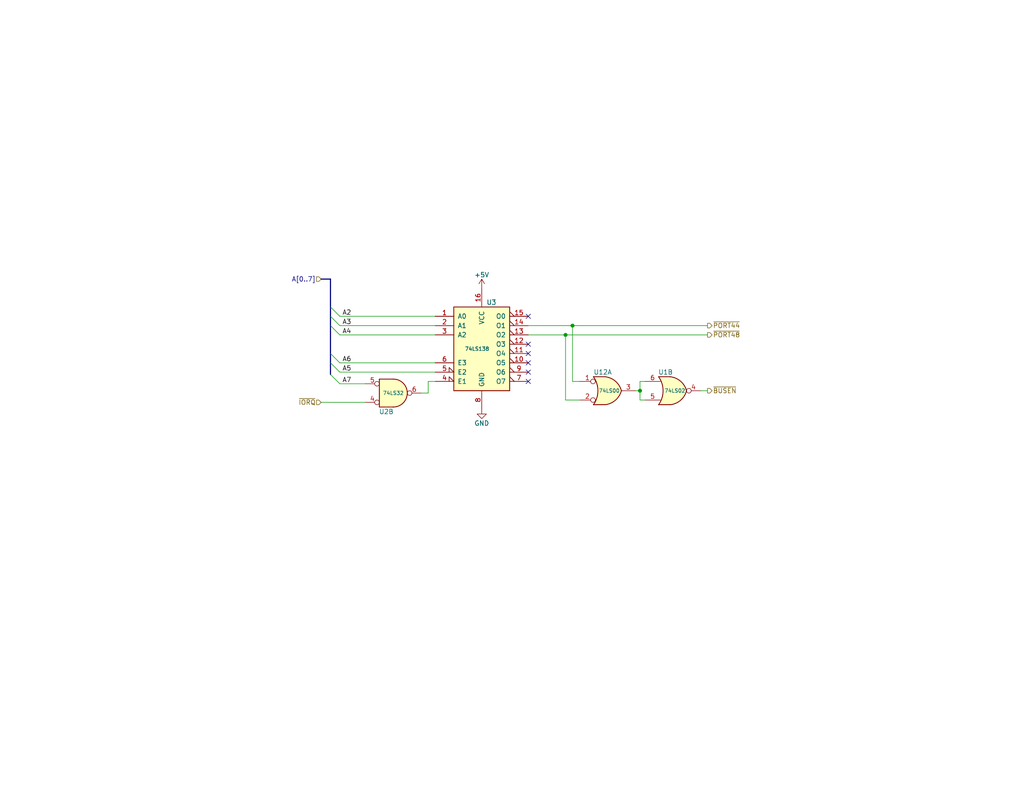
<source format=kicad_sch>
(kicad_sch (version 20250114) (generator "eeschema") (generator_version "9.0")
  (paper "USLetter")
  (title_block (title "Sorcerer Dream Disk") (date "2023-12-16") (rev "1.0") (company "Marcel Erz (RetroStack), John Halkiadakis, Michael Borthwick (Exidyboy)") (comment 2 "Decodes IO addresses for 44 and 48") (comment 4 "Address Decoder"))
  (lib_symbols
    (symbol "+5V_5" (power) (pin_numbers (hide yes)) (pin_names (offset 0) (hide yes))
      (property "Value" "+5V" (at 0 3.556 0))
      (symbol "+5V_5_0_1"
        (polyline (pts (xy -0.762 1.27) (xy 0 2.54)))
        (polyline (pts (xy 0 2.54) (xy 0.762 1.27)))
        (polyline (pts (xy 0 0) (xy 0 2.54)))
      )
      (symbol "+5V_5_1_1"
        (pin power_in line (at 0 0 90) (length 0) (name "~") (number "1"))
      )
    )
    (symbol "74xx:74LS00" (pin_names (offset 1.016))
      (property "Reference" "U" (at 0 1.27 0))
      (property "Value" "74LS00" (at 0 -1.27 0))
      (symbol "74LS00_1_1"
        (arc (start 0 3.81) (mid 3.7934 0) (end 0 -3.81) (stroke (width 0.254)) (fill (type background)))
        (polyline (pts (xy 0 3.81) (xy -3.81 3.81) (xy -3.81 -3.81) (xy 0 -3.81)) (stroke (width 0.254)) (fill (type background)))
        (pin input line (at -7.62 2.54 0) (length 3.81) (name "~") (number "1"))
        (pin input line (at -7.62 -2.54 0) (length 3.81) (name "~") (number "2"))
        (pin output inverted (at 7.62 0 180) (length 3.81) (name "~") (number "3"))
      )
      (symbol "74LS00_1_2"
        (arc (start -3.81 3.81) (mid -2.589 0) (end -3.81 -3.81) (stroke (width 0.254)))
        (polyline (pts (xy -3.81 3.81) (xy -0.635 3.81)) (stroke (width 0.254)) (fill (type background)))
        (polyline (pts (xy -3.81 -3.81) (xy -0.635 -3.81)) (stroke (width 0.254)) (fill (type background)))
        (arc (start 3.81 0) (mid 2.1855 -2.584) (end -0.6096 -3.81) (stroke (width 0.254)) (fill (type background)))
        (arc (start -0.6096 3.81) (mid 2.1928 2.5924) (end 3.81 0) (stroke (width 0.254)) (fill (type background)))
        (polyline (pts (xy -0.635 3.81) (xy -3.81 3.81) (xy -3.81 3.81) (xy -3.556 3.4036) (xy -3.0226 2.2606) (xy -2.6924 1.0414) (xy -2.6162 -0.254) (xy -2.7686 -1.4986) (xy -3.175 -2.7178) (xy -3.81 -3.81) (xy -3.81 -3.81) (xy -0.635 -3.81)) (stroke (width -25.4)) (fill (type background)))
        (pin input inverted (at -7.62 2.54 0) (length 4.318) (name "~") (number "1"))
        (pin input inverted (at -7.62 -2.54 0) (length 4.318) (name "~") (number "2"))
        (pin output line (at 7.62 0 180) (length 3.81) (name "~") (number "3"))
      )
      (symbol "74LS00_2_1"
        (arc (start 0 3.81) (mid 3.7934 0) (end 0 -3.81) (stroke (width 0.254)) (fill (type background)))
        (polyline (pts (xy 0 3.81) (xy -3.81 3.81) (xy -3.81 -3.81) (xy 0 -3.81)) (stroke (width 0.254)) (fill (type background)))
        (pin input line (at -7.62 2.54 0) (length 3.81) (name "~") (number "4"))
        (pin input line (at -7.62 -2.54 0) (length 3.81) (name "~") (number "5"))
        (pin output inverted (at 7.62 0 180) (length 3.81) (name "~") (number "6"))
      )
      (symbol "74LS00_2_2"
        (arc (start -3.81 3.81) (mid -2.589 0) (end -3.81 -3.81) (stroke (width 0.254)))
        (polyline (pts (xy -3.81 3.81) (xy -0.635 3.81)) (stroke (width 0.254)) (fill (type background)))
        (polyline (pts (xy -3.81 -3.81) (xy -0.635 -3.81)) (stroke (width 0.254)) (fill (type background)))
        (arc (start 3.81 0) (mid 2.1855 -2.584) (end -0.6096 -3.81) (stroke (width 0.254)) (fill (type background)))
        (arc (start -0.6096 3.81) (mid 2.1928 2.5924) (end 3.81 0) (stroke (width 0.254)) (fill (type background)))
        (polyline (pts (xy -0.635 3.81) (xy -3.81 3.81) (xy -3.81 3.81) (xy -3.556 3.4036) (xy -3.0226 2.2606) (xy -2.6924 1.0414) (xy -2.6162 -0.254) (xy -2.7686 -1.4986) (xy -3.175 -2.7178) (xy -3.81 -3.81) (xy -3.81 -3.81) (xy -0.635 -3.81)) (stroke (width -25.4)) (fill (type background)))
        (pin input inverted (at -7.62 2.54 0) (length 4.318) (name "~") (number "4"))
        (pin input inverted (at -7.62 -2.54 0) (length 4.318) (name "~") (number "5"))
        (pin output line (at 7.62 0 180) (length 3.81) (name "~") (number "6"))
      )
      (symbol "74LS00_3_1"
        (arc (start 0 3.81) (mid 3.7934 0) (end 0 -3.81) (stroke (width 0.254)) (fill (type background)))
        (polyline (pts (xy 0 3.81) (xy -3.81 3.81) (xy -3.81 -3.81) (xy 0 -3.81)) (stroke (width 0.254)) (fill (type background)))
        (pin input line (at -7.62 2.54 0) (length 3.81) (name "~") (number "9"))
        (pin input line (at -7.62 -2.54 0) (length 3.81) (name "~") (number "10"))
        (pin output inverted (at 7.62 0 180) (length 3.81) (name "~") (number "8"))
      )
      (symbol "74LS00_3_2"
        (arc (start -3.81 3.81) (mid -2.589 0) (end -3.81 -3.81) (stroke (width 0.254)))
        (polyline (pts (xy -3.81 3.81) (xy -0.635 3.81)) (stroke (width 0.254)) (fill (type background)))
        (polyline (pts (xy -3.81 -3.81) (xy -0.635 -3.81)) (stroke (width 0.254)) (fill (type background)))
        (arc (start 3.81 0) (mid 2.1855 -2.584) (end -0.6096 -3.81) (stroke (width 0.254)) (fill (type background)))
        (arc (start -0.6096 3.81) (mid 2.1928 2.5924) (end 3.81 0) (stroke (width 0.254)) (fill (type background)))
        (polyline (pts (xy -0.635 3.81) (xy -3.81 3.81) (xy -3.81 3.81) (xy -3.556 3.4036) (xy -3.0226 2.2606) (xy -2.6924 1.0414) (xy -2.6162 -0.254) (xy -2.7686 -1.4986) (xy -3.175 -2.7178) (xy -3.81 -3.81) (xy -3.81 -3.81) (xy -0.635 -3.81)) (stroke (width -25.4)) (fill (type background)))
        (pin input inverted (at -7.62 2.54 0) (length 4.318) (name "~") (number "9"))
        (pin input inverted (at -7.62 -2.54 0) (length 4.318) (name "~") (number "10"))
        (pin output line (at 7.62 0 180) (length 3.81) (name "~") (number "8"))
      )
      (symbol "74LS00_4_1"
        (arc (start 0 3.81) (mid 3.7934 0) (end 0 -3.81) (stroke (width 0.254)) (fill (type background)))
        (polyline (pts (xy 0 3.81) (xy -3.81 3.81) (xy -3.81 -3.81) (xy 0 -3.81)) (stroke (width 0.254)) (fill (type background)))
        (pin input line (at -7.62 2.54 0) (length 3.81) (name "~") (number "12"))
        (pin input line (at -7.62 -2.54 0) (length 3.81) (name "~") (number "13"))
        (pin output inverted (at 7.62 0 180) (length 3.81) (name "~") (number "11"))
      )
      (symbol "74LS00_4_2"
        (arc (start -3.81 3.81) (mid -2.589 0) (end -3.81 -3.81) (stroke (width 0.254)))
        (polyline (pts (xy -3.81 3.81) (xy -0.635 3.81)) (stroke (width 0.254)) (fill (type background)))
        (polyline (pts (xy -3.81 -3.81) (xy -0.635 -3.81)) (stroke (width 0.254)) (fill (type background)))
        (arc (start 3.81 0) (mid 2.1855 -2.584) (end -0.6096 -3.81) (stroke (width 0.254)) (fill (type background)))
        (arc (start -0.6096 3.81) (mid 2.1928 2.5924) (end 3.81 0) (stroke (width 0.254)) (fill (type background)))
        (polyline (pts (xy -0.635 3.81) (xy -3.81 3.81) (xy -3.81 3.81) (xy -3.556 3.4036) (xy -3.0226 2.2606) (xy -2.6924 1.0414) (xy -2.6162 -0.254) (xy -2.7686 -1.4986) (xy -3.175 -2.7178) (xy -3.81 -3.81) (xy -3.81 -3.81) (xy -0.635 -3.81)) (stroke (width -25.4)) (fill (type background)))
        (pin input inverted (at -7.62 2.54 0) (length 4.318) (name "~") (number "12"))
        (pin input inverted (at -7.62 -2.54 0) (length 4.318) (name "~") (number "13"))
        (pin output line (at 7.62 0 180) (length 3.81) (name "~") (number "11"))
      )
      (symbol "74LS00_5_0"
        (pin power_in line (at 0 12.7 270) (length 5.08) (name "VCC") (number "14"))
        (pin power_in line (at 0 -12.7 90) (length 5.08) (name "GND") (number "7"))
      )
      (symbol "74LS00_5_1"
        (rectangle (start -5.08 7.62) (end 5.08 -7.62) (stroke (width 0.254)) (fill (type background)))
      )
    )
    (symbol "74xx:74LS02" (pin_names (offset 1.016))
      (property "Reference" "U" (at 0 1.27 0))
      (property "Value" "74LS02" (at 0 -1.27 0))
      (symbol "74LS02_1_1"
        (arc (start -3.81 3.81) (mid -2.589 0) (end -3.81 -3.81) (stroke (width 0.254)))
        (polyline (pts (xy -3.81 3.81) (xy -0.635 3.81)) (stroke (width 0.254)) (fill (type background)))
        (polyline (pts (xy -3.81 -3.81) (xy -0.635 -3.81)) (stroke (width 0.254)) (fill (type background)))
        (arc (start 3.81 0) (mid 2.1855 -2.584) (end -0.6096 -3.81) (stroke (width 0.254)) (fill (type background)))
        (arc (start -0.6096 3.81) (mid 2.1928 2.5924) (end 3.81 0) (stroke (width 0.254)) (fill (type background)))
        (polyline (pts (xy -0.635 3.81) (xy -3.81 3.81) (xy -3.81 3.81) (xy -3.556 3.4036) (xy -3.0226 2.2606) (xy -2.6924 1.0414) (xy -2.6162 -0.254) (xy -2.7686 -1.4986) (xy -3.175 -2.7178) (xy -3.81 -3.81) (xy -3.81 -3.81) (xy -0.635 -3.81)) (stroke (width -25.4)) (fill (type background)))
        (pin input line (at -7.62 2.54 0) (length 4.318) (name "~") (number "2"))
        (pin input line (at -7.62 -2.54 0) (length 4.318) (name "~") (number "3"))
        (pin output inverted (at 7.62 0 180) (length 3.81) (name "~") (number "1"))
      )
      (symbol "74LS02_1_2"
        (arc (start 0 3.81) (mid 3.7934 0) (end 0 -3.81) (stroke (width 0.254)) (fill (type background)))
        (polyline (pts (xy 0 3.81) (xy -3.81 3.81) (xy -3.81 -3.81) (xy 0 -3.81)) (stroke (width 0.254)) (fill (type background)))
        (pin input inverted (at -7.62 2.54 0) (length 3.81) (name "~") (number "2"))
        (pin input inverted (at -7.62 -2.54 0) (length 3.81) (name "~") (number "3"))
        (pin output line (at 7.62 0 180) (length 3.81) (name "~") (number "1"))
      )
      (symbol "74LS02_2_1"
        (arc (start -3.81 3.81) (mid -2.589 0) (end -3.81 -3.81) (stroke (width 0.254)))
        (polyline (pts (xy -3.81 3.81) (xy -0.635 3.81)) (stroke (width 0.254)) (fill (type background)))
        (polyline (pts (xy -3.81 -3.81) (xy -0.635 -3.81)) (stroke (width 0.254)) (fill (type background)))
        (arc (start 3.81 0) (mid 2.1855 -2.584) (end -0.6096 -3.81) (stroke (width 0.254)) (fill (type background)))
        (arc (start -0.6096 3.81) (mid 2.1928 2.5924) (end 3.81 0) (stroke (width 0.254)) (fill (type background)))
        (polyline (pts (xy -0.635 3.81) (xy -3.81 3.81) (xy -3.81 3.81) (xy -3.556 3.4036) (xy -3.0226 2.2606) (xy -2.6924 1.0414) (xy -2.6162 -0.254) (xy -2.7686 -1.4986) (xy -3.175 -2.7178) (xy -3.81 -3.81) (xy -3.81 -3.81) (xy -0.635 -3.81)) (stroke (width -25.4)) (fill (type background)))
        (pin input line (at -7.62 2.54 0) (length 4.318) (name "~") (number "5"))
        (pin input line (at -7.62 -2.54 0) (length 4.318) (name "~") (number "6"))
        (pin output inverted (at 7.62 0 180) (length 3.81) (name "~") (number "4"))
      )
      (symbol "74LS02_2_2"
        (arc (start 0 3.81) (mid 3.7934 0) (end 0 -3.81) (stroke (width 0.254)) (fill (type background)))
        (polyline (pts (xy 0 3.81) (xy -3.81 3.81) (xy -3.81 -3.81) (xy 0 -3.81)) (stroke (width 0.254)) (fill (type background)))
        (pin input inverted (at -7.62 2.54 0) (length 3.81) (name "~") (number "5"))
        (pin input inverted (at -7.62 -2.54 0) (length 3.81) (name "~") (number "6"))
        (pin output line (at 7.62 0 180) (length 3.81) (name "~") (number "4"))
      )
      (symbol "74LS02_3_1"
        (arc (start -3.81 3.81) (mid -2.589 0) (end -3.81 -3.81) (stroke (width 0.254)))
        (polyline (pts (xy -3.81 3.81) (xy -0.635 3.81)) (stroke (width 0.254)) (fill (type background)))
        (polyline (pts (xy -3.81 -3.81) (xy -0.635 -3.81)) (stroke (width 0.254)) (fill (type background)))
        (arc (start 3.81 0) (mid 2.1855 -2.584) (end -0.6096 -3.81) (stroke (width 0.254)) (fill (type background)))
        (arc (start -0.6096 3.81) (mid 2.1928 2.5924) (end 3.81 0) (stroke (width 0.254)) (fill (type background)))
        (polyline (pts (xy -0.635 3.81) (xy -3.81 3.81) (xy -3.81 3.81) (xy -3.556 3.4036) (xy -3.0226 2.2606) (xy -2.6924 1.0414) (xy -2.6162 -0.254) (xy -2.7686 -1.4986) (xy -3.175 -2.7178) (xy -3.81 -3.81) (xy -3.81 -3.81) (xy -0.635 -3.81)) (stroke (width -25.4)) (fill (type background)))
        (pin input line (at -7.62 2.54 0) (length 4.318) (name "~") (number "8"))
        (pin input line (at -7.62 -2.54 0) (length 4.318) (name "~") (number "9"))
        (pin output inverted (at 7.62 0 180) (length 3.81) (name "~") (number "10"))
      )
      (symbol "74LS02_3_2"
        (arc (start 0 3.81) (mid 3.7934 0) (end 0 -3.81) (stroke (width 0.254)) (fill (type background)))
        (polyline (pts (xy 0 3.81) (xy -3.81 3.81) (xy -3.81 -3.81) (xy 0 -3.81)) (stroke (width 0.254)) (fill (type background)))
        (pin input inverted (at -7.62 2.54 0) (length 3.81) (name "~") (number "8"))
        (pin input inverted (at -7.62 -2.54 0) (length 3.81) (name "~") (number "9"))
        (pin output line (at 7.62 0 180) (length 3.81) (name "~") (number "10"))
      )
      (symbol "74LS02_4_1"
        (arc (start -3.81 3.81) (mid -2.589 0) (end -3.81 -3.81) (stroke (width 0.254)))
        (polyline (pts (xy -3.81 3.81) (xy -0.635 3.81)) (stroke (width 0.254)) (fill (type background)))
        (polyline (pts (xy -3.81 -3.81) (xy -0.635 -3.81)) (stroke (width 0.254)) (fill (type background)))
        (arc (start 3.81 0) (mid 2.1855 -2.584) (end -0.6096 -3.81) (stroke (width 0.254)) (fill (type background)))
        (arc (start -0.6096 3.81) (mid 2.1928 2.5924) (end 3.81 0) (stroke (width 0.254)) (fill (type background)))
        (polyline (pts (xy -0.635 3.81) (xy -3.81 3.81) (xy -3.81 3.81) (xy -3.556 3.4036) (xy -3.0226 2.2606) (xy -2.6924 1.0414) (xy -2.6162 -0.254) (xy -2.7686 -1.4986) (xy -3.175 -2.7178) (xy -3.81 -3.81) (xy -3.81 -3.81) (xy -0.635 -3.81)) (stroke (width -25.4)) (fill (type background)))
        (pin input line (at -7.62 2.54 0) (length 4.318) (name "~") (number "11"))
        (pin input line (at -7.62 -2.54 0) (length 4.318) (name "~") (number "12"))
        (pin output inverted (at 7.62 0 180) (length 3.81) (name "~") (number "13"))
      )
      (symbol "74LS02_4_2"
        (arc (start 0 3.81) (mid 3.7934 0) (end 0 -3.81) (stroke (width 0.254)) (fill (type background)))
        (polyline (pts (xy 0 3.81) (xy -3.81 3.81) (xy -3.81 -3.81) (xy 0 -3.81)) (stroke (width 0.254)) (fill (type background)))
        (pin input inverted (at -7.62 2.54 0) (length 3.81) (name "~") (number "11"))
        (pin input inverted (at -7.62 -2.54 0) (length 3.81) (name "~") (number "12"))
        (pin output line (at 7.62 0 180) (length 3.81) (name "~") (number "13"))
      )
      (symbol "74LS02_5_0"
        (pin power_in line (at 0 12.7 270) (length 5.08) (name "VCC") (number "14"))
        (pin power_in line (at 0 -12.7 90) (length 5.08) (name "GND") (number "7"))
      )
      (symbol "74LS02_5_1"
        (rectangle (start -5.08 7.62) (end 5.08 -7.62) (stroke (width 0.254)) (fill (type background)))
      )
    )
    (symbol "74xx:74LS138" (pin_names (offset 1.016))
      (property "Reference" "U" (at -7.62 11.43 0))
      (property "Value" "74LS138" (at -7.62 -13.97 0))
      (symbol "74LS138_1_0"
        (pin input line (at -12.7 7.62 0) (length 5.08) (name "A0") (number "1"))
        (pin input line (at -12.7 5.08 0) (length 5.08) (name "A1") (number "2"))
        (pin input line (at -12.7 2.54 0) (length 5.08) (name "A2") (number "3"))
        (pin input line (at -12.7 -5.08 0) (length 5.08) (name "E3") (number "6"))
        (pin input input_low (at -12.7 -7.62 0) (length 5.08) (name "E2") (number "5"))
        (pin input input_low (at -12.7 -10.16 0) (length 5.08) (name "E1") (number "4"))
        (pin power_in line (at 0 15.24 270) (length 5.08) (name "VCC") (number "16"))
        (pin power_in line (at 0 -17.78 90) (length 5.08) (name "GND") (number "8"))
        (pin output output_low (at 12.7 7.62 180) (length 5.08) (name "O0") (number "15"))
        (pin output output_low (at 12.7 5.08 180) (length 5.08) (name "O1") (number "14"))
        (pin output output_low (at 12.7 2.54 180) (length 5.08) (name "O2") (number "13"))
        (pin output output_low (at 12.7 0 180) (length 5.08) (name "O3") (number "12"))
        (pin output output_low (at 12.7 -2.54 180) (length 5.08) (name "O4") (number "11"))
        (pin output output_low (at 12.7 -5.08 180) (length 5.08) (name "O5") (number "10"))
        (pin output output_low (at 12.7 -7.62 180) (length 5.08) (name "O6") (number "9"))
        (pin output output_low (at 12.7 -10.16 180) (length 5.08) (name "O7") (number "7"))
      )
      (symbol "74LS138_1_1"
        (rectangle (start -7.62 10.16) (end 7.62 -12.7) (stroke (width 0.254)) (fill (type background)))
      )
    )
    (symbol "74xx:74LS32" (pin_names (offset 1.016))
      (property "Reference" "U" (at 0 1.27 0))
      (property "Value" "74LS32" (at 0 -1.27 0))
      (symbol "74LS32_1_1"
        (arc (start -3.81 3.81) (mid -2.589 0) (end -3.81 -3.81) (stroke (width 0.254)))
        (polyline (pts (xy -3.81 3.81) (xy -0.635 3.81)) (stroke (width 0.254)) (fill (type background)))
        (polyline (pts (xy -3.81 -3.81) (xy -0.635 -3.81)) (stroke (width 0.254)) (fill (type background)))
        (arc (start 3.81 0) (mid 2.1855 -2.584) (end -0.6096 -3.81) (stroke (width 0.254)) (fill (type background)))
        (arc (start -0.6096 3.81) (mid 2.1928 2.5924) (end 3.81 0) (stroke (width 0.254)) (fill (type background)))
        (polyline (pts (xy -0.635 3.81) (xy -3.81 3.81) (xy -3.81 3.81) (xy -3.556 3.4036) (xy -3.0226 2.2606) (xy -2.6924 1.0414) (xy -2.6162 -0.254) (xy -2.7686 -1.4986) (xy -3.175 -2.7178) (xy -3.81 -3.81) (xy -3.81 -3.81) (xy -0.635 -3.81)) (stroke (width -25.4)) (fill (type background)))
        (pin input line (at -7.62 2.54 0) (length 4.318) (name "~") (number "1"))
        (pin input line (at -7.62 -2.54 0) (length 4.318) (name "~") (number "2"))
        (pin output line (at 7.62 0 180) (length 3.81) (name "~") (number "3"))
      )
      (symbol "74LS32_1_2"
        (arc (start 0 3.81) (mid 3.7934 0) (end 0 -3.81) (stroke (width 0.254)) (fill (type background)))
        (polyline (pts (xy 0 3.81) (xy -3.81 3.81) (xy -3.81 -3.81) (xy 0 -3.81)) (stroke (width 0.254)) (fill (type background)))
        (pin input inverted (at -7.62 2.54 0) (length 3.81) (name "~") (number "1"))
        (pin input inverted (at -7.62 -2.54 0) (length 3.81) (name "~") (number "2"))
        (pin output inverted (at 7.62 0 180) (length 3.81) (name "~") (number "3"))
      )
      (symbol "74LS32_2_1"
        (arc (start -3.81 3.81) (mid -2.589 0) (end -3.81 -3.81) (stroke (width 0.254)))
        (polyline (pts (xy -3.81 3.81) (xy -0.635 3.81)) (stroke (width 0.254)) (fill (type background)))
        (polyline (pts (xy -3.81 -3.81) (xy -0.635 -3.81)) (stroke (width 0.254)) (fill (type background)))
        (arc (start 3.81 0) (mid 2.1855 -2.584) (end -0.6096 -3.81) (stroke (width 0.254)) (fill (type background)))
        (arc (start -0.6096 3.81) (mid 2.1928 2.5924) (end 3.81 0) (stroke (width 0.254)) (fill (type background)))
        (polyline (pts (xy -0.635 3.81) (xy -3.81 3.81) (xy -3.81 3.81) (xy -3.556 3.4036) (xy -3.0226 2.2606) (xy -2.6924 1.0414) (xy -2.6162 -0.254) (xy -2.7686 -1.4986) (xy -3.175 -2.7178) (xy -3.81 -3.81) (xy -3.81 -3.81) (xy -0.635 -3.81)) (stroke (width -25.4)) (fill (type background)))
        (pin input line (at -7.62 2.54 0) (length 4.318) (name "~") (number "4"))
        (pin input line (at -7.62 -2.54 0) (length 4.318) (name "~") (number "5"))
        (pin output line (at 7.62 0 180) (length 3.81) (name "~") (number "6"))
      )
      (symbol "74LS32_2_2"
        (arc (start 0 3.81) (mid 3.7934 0) (end 0 -3.81) (stroke (width 0.254)) (fill (type background)))
        (polyline (pts (xy 0 3.81) (xy -3.81 3.81) (xy -3.81 -3.81) (xy 0 -3.81)) (stroke (width 0.254)) (fill (type background)))
        (pin input inverted (at -7.62 2.54 0) (length 3.81) (name "~") (number "4"))
        (pin input inverted (at -7.62 -2.54 0) (length 3.81) (name "~") (number "5"))
        (pin output inverted (at 7.62 0 180) (length 3.81) (name "~") (number "6"))
      )
      (symbol "74LS32_3_1"
        (arc (start -3.81 3.81) (mid -2.589 0) (end -3.81 -3.81) (stroke (width 0.254)))
        (polyline (pts (xy -3.81 3.81) (xy -0.635 3.81)) (stroke (width 0.254)) (fill (type background)))
        (polyline (pts (xy -3.81 -3.81) (xy -0.635 -3.81)) (stroke (width 0.254)) (fill (type background)))
        (arc (start 3.81 0) (mid 2.1855 -2.584) (end -0.6096 -3.81) (stroke (width 0.254)) (fill (type background)))
        (arc (start -0.6096 3.81) (mid 2.1928 2.5924) (end 3.81 0) (stroke (width 0.254)) (fill (type background)))
        (polyline (pts (xy -0.635 3.81) (xy -3.81 3.81) (xy -3.81 3.81) (xy -3.556 3.4036) (xy -3.0226 2.2606) (xy -2.6924 1.0414) (xy -2.6162 -0.254) (xy -2.7686 -1.4986) (xy -3.175 -2.7178) (xy -3.81 -3.81) (xy -3.81 -3.81) (xy -0.635 -3.81)) (stroke (width -25.4)) (fill (type background)))
        (pin input line (at -7.62 2.54 0) (length 4.318) (name "~") (number "9"))
        (pin input line (at -7.62 -2.54 0) (length 4.318) (name "~") (number "10"))
        (pin output line (at 7.62 0 180) (length 3.81) (name "~") (number "8"))
      )
      (symbol "74LS32_3_2"
        (arc (start 0 3.81) (mid 3.7934 0) (end 0 -3.81) (stroke (width 0.254)) (fill (type background)))
        (polyline (pts (xy 0 3.81) (xy -3.81 3.81) (xy -3.81 -3.81) (xy 0 -3.81)) (stroke (width 0.254)) (fill (type background)))
        (pin input inverted (at -7.62 2.54 0) (length 3.81) (name "~") (number "9"))
        (pin input inverted (at -7.62 -2.54 0) (length 3.81) (name "~") (number "10"))
        (pin output inverted (at 7.62 0 180) (length 3.81) (name "~") (number "8"))
      )
      (symbol "74LS32_4_1"
        (arc (start -3.81 3.81) (mid -2.589 0) (end -3.81 -3.81) (stroke (width 0.254)))
        (polyline (pts (xy -3.81 3.81) (xy -0.635 3.81)) (stroke (width 0.254)) (fill (type background)))
        (polyline (pts (xy -3.81 -3.81) (xy -0.635 -3.81)) (stroke (width 0.254)) (fill (type background)))
        (arc (start 3.81 0) (mid 2.1855 -2.584) (end -0.6096 -3.81) (stroke (width 0.254)) (fill (type background)))
        (arc (start -0.6096 3.81) (mid 2.1928 2.5924) (end 3.81 0) (stroke (width 0.254)) (fill (type background)))
        (polyline (pts (xy -0.635 3.81) (xy -3.81 3.81) (xy -3.81 3.81) (xy -3.556 3.4036) (xy -3.0226 2.2606) (xy -2.6924 1.0414) (xy -2.6162 -0.254) (xy -2.7686 -1.4986) (xy -3.175 -2.7178) (xy -3.81 -3.81) (xy -3.81 -3.81) (xy -0.635 -3.81)) (stroke (width -25.4)) (fill (type background)))
        (pin input line (at -7.62 2.54 0) (length 4.318) (name "~") (number "12"))
        (pin input line (at -7.62 -2.54 0) (length 4.318) (name "~") (number "13"))
        (pin output line (at 7.62 0 180) (length 3.81) (name "~") (number "11"))
      )
      (symbol "74LS32_4_2"
        (arc (start 0 3.81) (mid 3.7934 0) (end 0 -3.81) (stroke (width 0.254)) (fill (type background)))
        (polyline (pts (xy 0 3.81) (xy -3.81 3.81) (xy -3.81 -3.81) (xy 0 -3.81)) (stroke (width 0.254)) (fill (type background)))
        (pin input inverted (at -7.62 2.54 0) (length 3.81) (name "~") (number "12"))
        (pin input inverted (at -7.62 -2.54 0) (length 3.81) (name "~") (number "13"))
        (pin output inverted (at 7.62 0 180) (length 3.81) (name "~") (number "11"))
      )
      (symbol "74LS32_5_0"
        (pin power_in line (at 0 12.7 270) (length 5.08) (name "VCC") (number "14"))
        (pin power_in line (at 0 -12.7 90) (length 5.08) (name "GND") (number "7"))
      )
      (symbol "74LS32_5_1"
        (rectangle (start -5.08 7.62) (end 5.08 -7.62) (stroke (width 0.254)) (fill (type background)))
      )
    )
    (symbol "GND_1" (power) (pin_numbers (hide yes)) (pin_names (offset 0) (hide yes))
      (property "Value" "GND" (at 0 -3.81 0))
      (symbol "GND_1_0_1"
        (polyline (pts (xy 0 0) (xy 0 -1.27) (xy 1.27 -1.27) (xy 0 -2.54) (xy -1.27 -1.27) (xy 0 -1.27)))
      )
      (symbol "GND_1_1_1"
        (pin power_in line (at 0 0 270) (length 0) (name "~") (number "1"))
      )
    )
  )
  (junction (at 154.305 91.44))
  (junction (at 174.625 106.68))
  (junction (at 156.21 88.9))
  (no_connect (at 144.145 93.98))
  (no_connect (at 144.145 104.14))
  (no_connect (at 144.145 101.6))
  (no_connect (at 144.145 86.36))
  (no_connect (at 144.145 96.52))
  (no_connect (at 144.145 99.06))
  (bus_entry (at 90.17 99.06) (size 2.54 2.54))
  (bus_entry (at 90.17 102.235) (size 2.54 2.54))
  (bus_entry (at 90.17 83.82) (size 2.54 2.54))
  (bus_entry (at 90.17 88.9) (size 2.54 2.54))
  (bus_entry (at 90.17 96.52) (size 2.54 2.54))
  (bus_entry (at 90.17 86.36) (size 2.54 2.54))
  (wire (pts (xy 174.625 109.22) (xy 175.895 109.22)))
  (wire (pts (xy 116.84 104.14) (xy 118.745 104.14)))
  (wire (pts (xy 144.145 88.9) (xy 156.21 88.9)))
  (bus (pts (xy 90.17 83.82) (xy 90.17 76.2)))
  (wire (pts (xy 158.115 104.14) (xy 156.21 104.14)))
  (wire (pts (xy 174.625 106.68) (xy 174.625 109.22)))
  (wire (pts (xy 114.935 107.315) (xy 116.84 107.315)))
  (wire (pts (xy 116.84 107.315) (xy 116.84 104.14)))
  (bus (pts (xy 90.17 102.235) (xy 90.17 99.06)))
  (bus (pts (xy 90.17 86.36) (xy 90.17 83.82)))
  (wire (pts (xy 175.895 104.14) (xy 174.625 104.14)))
  (wire (pts (xy 92.71 104.775) (xy 99.695 104.775)))
  (wire (pts (xy 156.21 104.14) (xy 156.21 88.9)))
  (wire (pts (xy 92.71 91.44) (xy 118.745 91.44)))
  (wire (pts (xy 193.04 88.9) (xy 156.21 88.9)))
  (wire (pts (xy 154.305 91.44) (xy 154.305 109.22)))
  (wire (pts (xy 144.145 91.44) (xy 154.305 91.44)))
  (bus (pts (xy 90.17 96.52) (xy 90.17 88.9)))
  (wire (pts (xy 92.71 86.36) (xy 118.745 86.36)))
  (bus (pts (xy 90.17 99.06) (xy 90.17 96.52)))
  (wire (pts (xy 92.71 88.9) (xy 118.745 88.9)))
  (wire (pts (xy 92.71 101.6) (xy 118.745 101.6)))
  (wire (pts (xy 174.625 106.68) (xy 173.355 106.68)))
  (wire (pts (xy 87.63 109.855) (xy 99.695 109.855)))
  (bus (pts (xy 90.17 76.2) (xy 87.63 76.2)))
  (wire (pts (xy 191.135 106.68) (xy 193.04 106.68)))
  (wire (pts (xy 92.71 99.06) (xy 118.745 99.06)))
  (wire (pts (xy 193.04 91.44) (xy 154.305 91.44)))
  (bus (pts (xy 90.17 88.9) (xy 90.17 86.36)))
  (wire (pts (xy 154.305 109.22) (xy 158.115 109.22)))
  (wire (pts (xy 174.625 106.68) (xy 174.625 104.14)))
  (label "A4" (at 95.885 91.44 180))
  (label "A5" (at 95.885 101.6 180))
  (label "A2" (at 95.885 86.36 180))
  (label "A3" (at 95.885 88.9 180))
  (label "A6" (at 95.885 99.06 180))
  (label "A7" (at 95.885 104.775 180))
  (hierarchical_label "~{PORT44}" (shape output) (at 193.04 88.9 0))
  (hierarchical_label "~{BUSEN}" (shape output) (at 193.04 106.68 0))
  (hierarchical_label "~{PORT48}" (shape output) (at 193.04 91.44 0))
  (hierarchical_label "~{IORQ}" (shape input) (at 87.63 109.855 180))
  (hierarchical_label "A[0..7]" (shape input) (at 87.63 76.2 180))
  (symbol (lib_id "74xx:74LS00") (at 165.735 106.68 0) (unit 1) (convert 2)
    (property "Reference" "U12" (at 164.465 101.6 0))
    (property "Value" "74LS00" (at 166.243 106.68 0) (effects (font (size 1 1))))
    (property "Footprint" "Package_DIP:DIP-14_W7.62mm" (effects (hide yes)))
    (property "Datasheet" "http://www.ti.com/lit/gpn/sn74ls00" (effects (hide yes)))
  )
  (symbol (lib_id "74xx:74LS138") (at 131.445 93.98 0) (unit 1)
    (property "Reference" "U3" (at 132.715 82.55 0) (effects (justify left)))
    (property "Value" "74LS138" (at 130.175 95.25 0) (effects (font (size 1 1))))
    (property "Footprint" "Package_DIP:DIP-16_W7.62mm" (effects (hide yes)))
    (property "Datasheet" "http://www.ti.com/lit/gpn/sn74LS138" (effects (hide yes)))
  )
  (symbol (lib_id "74xx:74LS32") (at 107.315 107.315 0) (mirror x) (unit 2) (convert 2)
    (property "Reference" "U2" (at 105.41 112.395 0))
    (property "Value" "74LS32" (at 107.315 107.315 0) (effects (font (size 1 1))))
    (property "Footprint" "Package_DIP:DIP-14_W7.62mm" (effects (hide yes)))
    (property "Datasheet" "http://www.ti.com/lit/gpn/sn74LS32" (effects (hide yes)))
  )
  (symbol (lib_id "74xx:74LS02") (at 183.515 106.68 0) (mirror x) (unit 2)
    (property "Reference" "U1" (at 181.61 101.6 0))
    (property "Value" "74LS02" (at 184.15 106.68 0) (effects (font (size 1 1))))
    (property "Footprint" "Package_DIP:DIP-14_W7.62mm" (effects (hide yes)))
    (property "Datasheet" "http://www.ti.com/lit/gpn/sn74ls02" (effects (hide yes)))
  )
  (symbol (lib_name "+5V_5") (lib_id "power:+5V") (at 131.445 78.74 0) (unit 1)
    (property "Reference" "#PWR050" (effects (hide yes)))
    (property "Value" "+5V" (at 131.445 75.057 0))
    (property "Description" "Power symbol creates a global label with name \"+5V\"" (effects (hide yes)))
  )
  (symbol (lib_name "GND_1") (lib_id "power:GND") (at 131.445 111.76 0) (unit 1)
    (property "Reference" "#PWR016" (effects (hide yes)))
    (property "Value" "GND" (at 131.445 115.57 0))
    (property "Description" "Power symbol creates a global label with name \"GND\" , ground" (effects (hide yes)))
  )
)
</source>
